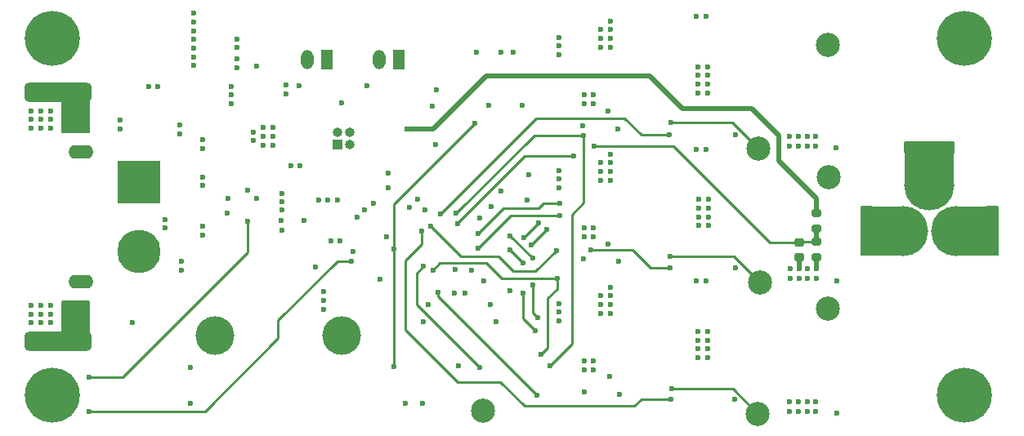
<source format=gbl>
%TF.GenerationSoftware,KiCad,Pcbnew,8.0.9-8.0.9-0~ubuntu22.04.1*%
%TF.CreationDate,2025-12-20T23:57:42-07:00*%
%TF.ProjectId,ESC_KiCAD,4553435f-4b69-4434-9144-2e6b69636164,A*%
%TF.SameCoordinates,Original*%
%TF.FileFunction,Copper,L4,Bot*%
%TF.FilePolarity,Positive*%
%FSLAX46Y46*%
G04 Gerber Fmt 4.6, Leading zero omitted, Abs format (unit mm)*
G04 Created by KiCad (PCBNEW 8.0.9-8.0.9-0~ubuntu22.04.1) date 2025-12-20 23:57:42*
%MOMM*%
%LPD*%
G01*
G04 APERTURE LIST*
G04 Aperture macros list*
%AMRoundRect*
0 Rectangle with rounded corners*
0 $1 Rounding radius*
0 $2 $3 $4 $5 $6 $7 $8 $9 X,Y pos of 4 corners*
0 Add a 4 corners polygon primitive as box body*
4,1,4,$2,$3,$4,$5,$6,$7,$8,$9,$2,$3,0*
0 Add four circle primitives for the rounded corners*
1,1,$1+$1,$2,$3*
1,1,$1+$1,$4,$5*
1,1,$1+$1,$6,$7*
1,1,$1+$1,$8,$9*
0 Add four rect primitives between the rounded corners*
20,1,$1+$1,$2,$3,$4,$5,0*
20,1,$1+$1,$4,$5,$6,$7,0*
20,1,$1+$1,$6,$7,$8,$9,0*
20,1,$1+$1,$8,$9,$2,$3,0*%
G04 Aperture macros list end*
%TA.AperFunction,ComponentPad*%
%ADD10C,4.000000*%
%TD*%
%TA.AperFunction,ComponentPad*%
%ADD11O,2.600000X1.400000*%
%TD*%
%TA.AperFunction,ComponentPad*%
%ADD12C,4.500000*%
%TD*%
%TA.AperFunction,ComponentPad*%
%ADD13R,4.500000X4.500000*%
%TD*%
%TA.AperFunction,SMDPad,CuDef*%
%ADD14R,5.200000X3.500000*%
%TD*%
%TA.AperFunction,ComponentPad*%
%ADD15C,5.200000*%
%TD*%
%TA.AperFunction,SMDPad,CuDef*%
%ADD16R,3.350000X5.200000*%
%TD*%
%TA.AperFunction,ComponentPad*%
%ADD17C,5.700000*%
%TD*%
%TA.AperFunction,ComponentPad*%
%ADD18C,2.500000*%
%TD*%
%TA.AperFunction,SMDPad,CuDef*%
%ADD19RoundRect,0.500000X-3.000000X-0.500000X3.000000X-0.500000X3.000000X0.500000X-3.000000X0.500000X0*%
%TD*%
%TA.AperFunction,SMDPad,CuDef*%
%ADD20RoundRect,0.200000X-0.275000X0.200000X-0.275000X-0.200000X0.275000X-0.200000X0.275000X0.200000X0*%
%TD*%
%TA.AperFunction,ComponentPad*%
%ADD21O,1.000000X1.000000*%
%TD*%
%TA.AperFunction,ComponentPad*%
%ADD22R,1.000000X1.000000*%
%TD*%
%TA.AperFunction,ComponentPad*%
%ADD23O,1.300000X2.000000*%
%TD*%
%TA.AperFunction,ComponentPad*%
%ADD24R,1.300000X2.000000*%
%TD*%
%TA.AperFunction,SMDPad,CuDef*%
%ADD25RoundRect,0.225000X0.250000X-0.225000X0.250000X0.225000X-0.250000X0.225000X-0.250000X-0.225000X0*%
%TD*%
%TA.AperFunction,ViaPad*%
%ADD26C,0.600000*%
%TD*%
%TA.AperFunction,Conductor*%
%ADD27C,0.254000*%
%TD*%
%TA.AperFunction,Conductor*%
%ADD28C,0.508000*%
%TD*%
%TA.AperFunction,Conductor*%
%ADD29C,0.295000*%
%TD*%
G04 APERTURE END LIST*
D10*
X154570000Y-102188100D03*
X141430000Y-102188100D03*
D11*
X127539400Y-96650000D03*
X127539400Y-83150000D03*
D12*
X133539400Y-93500000D03*
D13*
X133539400Y-86300000D03*
D14*
X215450000Y-84850000D03*
D15*
X215450000Y-86600000D03*
X212700000Y-91350000D03*
D16*
X211025000Y-91350000D03*
X219875000Y-91350000D03*
D15*
X218200000Y-91350000D03*
D17*
X124600000Y-71400000D03*
D18*
X204950000Y-99450000D03*
D19*
X125200000Y-77000000D03*
D20*
X203750000Y-94125000D03*
X203750000Y-92475000D03*
D21*
X155395000Y-81154400D03*
X155395000Y-82424400D03*
X154125000Y-81154400D03*
D22*
X154125000Y-82424400D03*
D17*
X219100000Y-71400000D03*
D20*
X203750000Y-89475000D03*
X203750000Y-91125000D03*
D18*
X197900000Y-96700000D03*
D19*
X125200000Y-102800000D03*
D18*
X169200000Y-110000000D03*
D23*
X158500000Y-73625000D03*
D24*
X160500000Y-73625000D03*
D17*
X124600000Y-108400000D03*
D18*
X197700000Y-110300000D03*
D25*
X201950000Y-92525000D03*
X201950000Y-94075000D03*
D18*
X204950000Y-72050000D03*
D23*
X151050000Y-73625000D03*
D24*
X153050000Y-73625000D03*
D18*
X205050000Y-85750000D03*
D17*
X219100000Y-108400000D03*
D18*
X197750000Y-82850000D03*
D26*
X216550000Y-82600000D03*
X217550000Y-82600000D03*
X215500000Y-82600000D03*
X214400000Y-82600000D03*
X213350000Y-82600000D03*
X222050000Y-92450000D03*
X222050000Y-93450000D03*
X222050000Y-91400000D03*
X222050000Y-90300000D03*
X222050000Y-89250000D03*
X208850000Y-93450000D03*
X208850000Y-92400000D03*
X208850000Y-91300000D03*
X208850000Y-90250000D03*
X208850000Y-89250000D03*
X132900000Y-100900000D03*
X145400000Y-82000000D03*
X145400000Y-81100000D03*
X146400000Y-82450000D03*
X146400000Y-80650000D03*
X146400000Y-81550000D03*
X138900000Y-109200000D03*
X138900000Y-105500000D03*
X128400000Y-110100000D03*
X128400000Y-106500000D03*
X164800000Y-89600000D03*
X163800000Y-90900000D03*
X180400000Y-93342000D03*
X176800000Y-93400000D03*
X162900000Y-91400000D03*
X180700000Y-82550000D03*
X178600000Y-83600000D03*
X166600000Y-90600000D03*
X175200000Y-75300000D03*
X166650000Y-105350000D03*
X168850000Y-105500000D03*
X163050000Y-95050000D03*
X164550000Y-97750000D03*
X174800000Y-108400000D03*
X176150000Y-105350000D03*
X175200000Y-104150000D03*
X164050000Y-95400000D03*
X174350000Y-97000000D03*
X174350000Y-94200000D03*
X173400000Y-97850000D03*
X173400000Y-94700000D03*
X176900000Y-96300000D03*
X166450000Y-89550000D03*
X179655000Y-81445000D03*
X172000000Y-91850000D03*
X154400000Y-92350000D03*
X202795000Y-109045000D03*
X183345000Y-108310000D03*
X171110000Y-72874398D03*
X136300000Y-91050000D03*
X157150000Y-76275000D03*
X127000000Y-100000000D03*
X126000000Y-99100000D03*
X126000000Y-78900000D03*
X179750000Y-91055000D03*
X126000000Y-80700000D03*
X127000000Y-80700000D03*
X180650000Y-105750000D03*
X205875000Y-96525000D03*
X136300000Y-90150000D03*
X149350000Y-84600000D03*
X161175600Y-109275000D03*
X163550000Y-98999999D03*
X127000000Y-100900000D03*
X140200000Y-86650000D03*
X154550000Y-78050000D03*
X140200000Y-81900000D03*
X164285000Y-82435000D03*
X143750000Y-72350000D03*
X159400000Y-86899999D03*
X183250000Y-94515000D03*
X147450000Y-81550000D03*
X128000000Y-79800000D03*
X177100000Y-86895000D03*
X150700000Y-90300000D03*
X179720600Y-108085600D03*
X126000000Y-100900000D03*
X156200000Y-89899998D03*
X173950000Y-85500001D03*
X182150000Y-78945000D03*
X168900000Y-90049999D03*
X172384400Y-72849998D03*
X180650000Y-91050000D03*
X179600000Y-94265000D03*
X200995000Y-81545000D03*
X147450000Y-80650000D03*
X152700000Y-99500000D03*
X201895000Y-81545000D03*
X173800000Y-88200000D03*
X152700000Y-97650000D03*
X180650000Y-91950000D03*
X179550000Y-80495000D03*
X201050000Y-95300000D03*
X155750001Y-93449999D03*
X140200000Y-85750000D03*
X126000000Y-79800000D03*
X177100000Y-85095000D03*
X173284400Y-78349998D03*
X142750000Y-89525600D03*
X200995000Y-110045000D03*
X205775000Y-82725000D03*
X142774400Y-88025600D03*
X126000000Y-100000000D03*
X177095000Y-72195000D03*
X148300000Y-90300000D03*
X151850000Y-95100000D03*
X131600000Y-80750000D03*
X137950000Y-95400000D03*
X179750000Y-104855000D03*
X192350588Y-82872353D03*
X163200000Y-89199999D03*
X128000000Y-80700000D03*
X140150000Y-91800000D03*
X177095000Y-73095000D03*
X177095000Y-98895000D03*
X203695000Y-110045000D03*
X180650000Y-77245000D03*
X179750000Y-91955000D03*
X128000000Y-100000000D03*
X177095000Y-100695000D03*
X157850000Y-88499999D03*
X166350000Y-95350000D03*
X195400000Y-95200000D03*
X201895000Y-109045000D03*
X163000000Y-100749999D03*
X147450000Y-82450000D03*
X180650000Y-78145000D03*
X150250000Y-84600000D03*
X170550000Y-100749999D03*
X163950000Y-78400000D03*
X143750000Y-74450000D03*
X128000000Y-100900000D03*
X201895000Y-110045000D03*
X182295000Y-106460000D03*
X191300588Y-96545000D03*
X127000000Y-79800000D03*
X192300588Y-96545000D03*
X179750000Y-77250000D03*
X200995000Y-82545000D03*
X127000000Y-99100000D03*
X203695000Y-81545000D03*
X177095000Y-71295000D03*
X172025000Y-97550000D03*
X143750000Y-71450000D03*
X148800000Y-76250000D03*
X191295000Y-69095000D03*
X183200000Y-80795000D03*
X168050000Y-95399999D03*
X203695000Y-82545000D03*
X131600000Y-79850000D03*
X203750000Y-96300000D03*
X203750000Y-95300000D03*
X137800000Y-81300000D03*
X177095000Y-99795000D03*
X202795000Y-110045000D03*
X168570000Y-72835598D03*
X143750000Y-73550000D03*
X134600000Y-76350000D03*
X169834400Y-78349998D03*
X153500000Y-92350000D03*
X205850000Y-110225000D03*
X152700000Y-98550000D03*
X177100000Y-85995000D03*
X202850000Y-96300000D03*
X145800000Y-74275000D03*
X137950000Y-94500000D03*
X127000000Y-78900000D03*
X162975600Y-109275000D03*
X150150000Y-76300000D03*
X201895000Y-82545000D03*
X159400000Y-85399999D03*
X200995000Y-109045000D03*
X137800000Y-80400000D03*
X135500000Y-76350000D03*
X192295000Y-69095000D03*
X170000000Y-98999999D03*
X201050000Y-96300000D03*
X202795000Y-81545000D03*
X203695000Y-109045000D03*
X180650000Y-104850000D03*
X179750000Y-105755000D03*
X140200000Y-82800000D03*
X195331550Y-81400000D03*
X128000000Y-99100000D03*
X202850000Y-95300000D03*
X145750000Y-88025600D03*
X158525001Y-96374999D03*
X156900000Y-89149998D03*
X195300000Y-108800000D03*
X140150000Y-90900000D03*
X201950000Y-96300000D03*
X179750000Y-78150000D03*
X191350588Y-82872353D03*
X164350000Y-76700000D03*
X202795000Y-82545000D03*
X148800000Y-77150000D03*
X182150000Y-92715000D03*
X159250001Y-91999999D03*
X201950000Y-95300000D03*
X128000000Y-78900000D03*
X148350000Y-87450000D03*
X144800000Y-87100000D03*
X148350000Y-88300000D03*
X144800000Y-90400000D03*
X148350000Y-89150000D03*
X148350000Y-91250000D03*
X154100000Y-88200000D03*
X162400001Y-88050000D03*
X169300000Y-96549999D03*
X161550000Y-88899999D03*
X170050000Y-88799999D03*
X155550001Y-94499998D03*
X167350000Y-97799999D03*
X152200000Y-88200000D03*
X166250000Y-97799999D03*
X153150000Y-88200000D03*
X161325000Y-80775000D03*
X171050000Y-87250000D03*
X191495000Y-74345000D03*
X191550000Y-89000000D03*
X191550000Y-89900000D03*
X123400000Y-80700000D03*
X191550000Y-90800000D03*
X122400000Y-100000000D03*
X192495000Y-75245000D03*
X192550000Y-88100000D03*
X192550000Y-89900000D03*
X124400000Y-100900000D03*
X124400000Y-79800000D03*
X124400000Y-100000000D03*
X124400000Y-78900000D03*
X123400000Y-79800000D03*
X124400000Y-80700000D03*
X191495000Y-103595000D03*
X122400000Y-100900000D03*
X191550000Y-88100000D03*
X191495000Y-101795000D03*
X191495000Y-102695000D03*
X123400000Y-78900000D03*
X192495000Y-101795000D03*
X122400000Y-99100000D03*
X122400000Y-80700000D03*
X123400000Y-100000000D03*
X191495000Y-75245000D03*
X123400000Y-99100000D03*
X122400000Y-78900000D03*
X192495000Y-76145000D03*
X191495000Y-104495000D03*
X192495000Y-102695000D03*
X192550000Y-90800000D03*
X192495000Y-103595000D03*
X192495000Y-74345000D03*
X192495000Y-77045000D03*
X122400000Y-79800000D03*
X124400000Y-99100000D03*
X192495000Y-104495000D03*
X123400000Y-100900000D03*
X191495000Y-77045000D03*
X192550000Y-89000000D03*
X191495000Y-76145000D03*
X188600000Y-94000000D03*
X188750000Y-107700000D03*
X188650000Y-80100000D03*
X168400000Y-80200000D03*
X160000001Y-93199999D03*
X160000000Y-105400000D03*
X168700000Y-91650000D03*
X177150000Y-88465000D03*
X168700000Y-93150000D03*
X177150000Y-89735000D03*
X175800000Y-91200000D03*
X174200000Y-92800000D03*
X175000000Y-90500000D03*
X173450000Y-92050000D03*
X174875000Y-100375000D03*
X172000000Y-93300000D03*
X174625000Y-101675000D03*
X143100000Y-76350000D03*
X139200000Y-70600000D03*
X182395000Y-99895000D03*
X181395000Y-72295000D03*
X182395000Y-70495000D03*
X182395000Y-97195000D03*
X139200000Y-72400000D03*
X139200000Y-73300000D03*
X143100000Y-77250000D03*
X181395000Y-98995000D03*
X139200000Y-71500000D03*
X139200000Y-74200000D03*
X182395000Y-71395000D03*
X182395000Y-69595000D03*
X182395000Y-98095000D03*
X139200000Y-69700000D03*
X181395000Y-70495000D03*
X181400000Y-86095000D03*
X182400000Y-86095000D03*
X182395000Y-98995000D03*
X182395000Y-72295000D03*
X182400000Y-85195000D03*
X181395000Y-99895000D03*
X181400000Y-85195000D03*
X182400000Y-83395000D03*
X181400000Y-98095000D03*
X143100000Y-78150000D03*
X181395000Y-71395000D03*
X182400000Y-84295000D03*
X139200000Y-68800000D03*
X181400000Y-84295000D03*
X188531550Y-81400000D03*
X188631550Y-95200000D03*
X188650000Y-108800000D03*
D27*
X175900000Y-103450000D02*
X175900000Y-98350000D01*
X175200000Y-104150000D02*
X175900000Y-103450000D01*
X175900000Y-98350000D02*
X176900000Y-97350000D01*
X176900000Y-97350000D02*
X176900000Y-96300000D01*
X174350000Y-97000000D02*
X174350000Y-99850000D01*
X174350000Y-99850000D02*
X174875000Y-100375000D01*
X173400000Y-100450000D02*
X173400000Y-97850000D01*
X174625000Y-101675000D02*
X173400000Y-100450000D01*
X177150000Y-89735000D02*
X177135000Y-89750000D01*
X177135000Y-89750000D02*
X172100000Y-89750000D01*
X172100000Y-89750000D02*
X168700000Y-93150000D01*
X177150000Y-88465000D02*
X175485000Y-88465000D01*
X175485000Y-88465000D02*
X174950000Y-89000000D01*
X174950000Y-89000000D02*
X171350000Y-89000000D01*
X171350000Y-89000000D02*
X168700000Y-91650000D01*
D28*
X175200000Y-75300000D02*
X169550000Y-75300000D01*
X169550000Y-75300000D02*
X164075000Y-80775000D01*
X164075000Y-80775000D02*
X161325000Y-80775000D01*
D27*
X180700000Y-82550000D02*
X188950000Y-82550000D01*
X188950000Y-82550000D02*
X198925000Y-92525000D01*
X198925000Y-92525000D02*
X201950000Y-92525000D01*
D28*
X175200000Y-75300000D02*
X186450000Y-75300000D01*
X186450000Y-75300000D02*
X189850000Y-78700000D01*
X189850000Y-78700000D02*
X197100000Y-78700000D01*
X203750000Y-87950000D02*
X203750000Y-89475000D01*
X197100000Y-78700000D02*
X199900000Y-81500000D01*
X199900000Y-81500000D02*
X199900000Y-84100000D01*
X199900000Y-84100000D02*
X203750000Y-87950000D01*
D27*
X162900000Y-91400000D02*
X162900000Y-92700000D01*
X162900000Y-92700000D02*
X161200000Y-94400000D01*
X161200000Y-94400000D02*
X161200000Y-101600000D01*
X161200000Y-101600000D02*
X166600000Y-107000000D01*
X166600000Y-107000000D02*
X171000000Y-107000000D01*
X171000000Y-107000000D02*
X173500000Y-109500000D01*
X173500000Y-109500000D02*
X184900000Y-109500000D01*
X184900000Y-109500000D02*
X185600000Y-108800000D01*
X185600000Y-108800000D02*
X188650000Y-108800000D01*
X176800000Y-93400000D02*
X174650000Y-95550000D01*
X174650000Y-95550000D02*
X172350000Y-95550000D01*
X172350000Y-95550000D02*
X170800000Y-94000000D01*
X170800000Y-94000000D02*
X166900000Y-94000000D01*
X166900000Y-94000000D02*
X163800000Y-90900000D01*
X176900000Y-96300000D02*
X171150000Y-96300000D01*
X171150000Y-96300000D02*
X169550000Y-94700000D01*
X169550000Y-94700000D02*
X164750000Y-94700000D01*
X164750000Y-94700000D02*
X164050000Y-95400000D01*
X155550001Y-94499998D02*
X154100002Y-94499998D01*
X154100002Y-94499998D02*
X148000000Y-100600000D01*
X148000000Y-100600000D02*
X148000000Y-102500000D01*
X148000000Y-102500000D02*
X140400000Y-110100000D01*
X140400000Y-110100000D02*
X128400000Y-110100000D01*
D29*
X131900000Y-106500000D02*
X128400000Y-106500000D01*
X140000000Y-98400000D02*
X131900000Y-106500000D01*
X144800000Y-93600000D02*
X140000000Y-98400000D01*
X144800000Y-90400000D02*
X144800000Y-93600000D01*
D27*
X164800000Y-89600000D02*
X174700000Y-79700000D01*
X174700000Y-79700000D02*
X183900000Y-79700000D01*
X183900000Y-79700000D02*
X185600000Y-81400000D01*
X185600000Y-81400000D02*
X188531550Y-81400000D01*
X166450000Y-89550000D02*
X174555000Y-81445000D01*
X174555000Y-81445000D02*
X179655000Y-81445000D01*
X173550000Y-83600000D02*
X178600000Y-83600000D01*
X166600000Y-90600000D02*
X166600000Y-90550000D01*
X166600000Y-90550000D02*
X173550000Y-83600000D01*
X160000001Y-88599999D02*
X160000001Y-93199999D01*
X168400000Y-80200000D02*
X160000001Y-88599999D01*
X203750000Y-92475000D02*
X202000000Y-92475000D01*
X202000000Y-92475000D02*
X201950000Y-92525000D01*
D28*
X203750000Y-91125000D02*
X203750000Y-92475000D01*
X201950000Y-94075000D02*
X201950000Y-95300000D01*
X203750000Y-94125000D02*
X203750000Y-95300000D01*
D27*
X168850000Y-105500000D02*
X162350000Y-99000000D01*
X162350000Y-99000000D02*
X162350000Y-95750000D01*
X162350000Y-95750000D02*
X163050000Y-95050000D01*
X164550000Y-98150000D02*
X164550000Y-97750000D01*
X174800000Y-108400000D02*
X164550000Y-98150000D01*
X179655000Y-81445000D02*
X179655000Y-88395000D01*
X179655000Y-88395000D02*
X178400000Y-89650000D01*
X178400000Y-89650000D02*
X178400000Y-103100000D01*
X178400000Y-103100000D02*
X176150000Y-105350000D01*
X172000000Y-91850000D02*
X174350000Y-94200000D01*
X195200000Y-94000000D02*
X197900000Y-96700000D01*
X188600000Y-94000000D02*
X195200000Y-94000000D01*
X195100000Y-107700000D02*
X197700000Y-110300000D01*
X188750000Y-107700000D02*
X195100000Y-107700000D01*
X188650000Y-80100000D02*
X195000000Y-80100000D01*
X195000000Y-80100000D02*
X197750000Y-82850000D01*
X160000001Y-97100001D02*
X160000001Y-93199999D01*
X160000000Y-97100002D02*
X160000001Y-97100001D01*
X160000000Y-105400000D02*
X160000000Y-97100002D01*
X175800000Y-91200000D02*
X174200000Y-92800000D01*
X173450000Y-92050000D02*
X175000000Y-90500000D01*
X186600000Y-95200000D02*
X188631550Y-95200000D01*
X180400000Y-93342000D02*
X184742000Y-93342000D01*
X184742000Y-93342000D02*
X186600000Y-95200000D01*
X168750000Y-93100000D02*
X168700000Y-93150000D01*
X172000000Y-93300000D02*
X173400000Y-94700000D01*
%TA.AperFunction,Conductor*%
G36*
X128443039Y-77819685D02*
G01*
X128488794Y-77872489D01*
X128500000Y-77924000D01*
X128500000Y-81076000D01*
X128480315Y-81143039D01*
X128427511Y-81188794D01*
X128376000Y-81200000D01*
X125624000Y-81200000D01*
X125556961Y-81180315D01*
X125511206Y-81127511D01*
X125500000Y-81076000D01*
X125500000Y-77924000D01*
X125519685Y-77856961D01*
X125572489Y-77811206D01*
X125624000Y-77800000D01*
X128376000Y-77800000D01*
X128443039Y-77819685D01*
G37*
%TD.AperFunction*%
%TA.AperFunction,Conductor*%
G36*
X128443039Y-98619685D02*
G01*
X128488794Y-98672489D01*
X128500000Y-98724000D01*
X128500000Y-101976000D01*
X128480315Y-102043039D01*
X128427511Y-102088794D01*
X128376000Y-102100000D01*
X125624000Y-102100000D01*
X125556961Y-102080315D01*
X125511206Y-102027511D01*
X125500000Y-101976000D01*
X125500000Y-98724000D01*
X125519685Y-98656961D01*
X125572489Y-98611206D01*
X125624000Y-98600000D01*
X128376000Y-98600000D01*
X128443039Y-98619685D01*
G37*
%TD.AperFunction*%
%TA.AperFunction,Conductor*%
G36*
X209543039Y-88769685D02*
G01*
X209588794Y-88822489D01*
X209600000Y-88874000D01*
X209600000Y-93826000D01*
X209580315Y-93893039D01*
X209527511Y-93938794D01*
X209476000Y-93950000D01*
X208424000Y-93950000D01*
X208356961Y-93930315D01*
X208311206Y-93877511D01*
X208300000Y-93826000D01*
X208300000Y-88874000D01*
X208319685Y-88806961D01*
X208372489Y-88761206D01*
X208424000Y-88750000D01*
X209476000Y-88750000D01*
X209543039Y-88769685D01*
G37*
%TD.AperFunction*%
%TA.AperFunction,Conductor*%
G36*
X222542539Y-88769685D02*
G01*
X222588294Y-88822489D01*
X222599500Y-88874000D01*
X222599500Y-93826000D01*
X222579815Y-93893039D01*
X222527011Y-93938794D01*
X222475500Y-93950000D01*
X221424000Y-93950000D01*
X221356961Y-93930315D01*
X221311206Y-93877511D01*
X221300000Y-93826000D01*
X221300000Y-88874000D01*
X221319685Y-88806961D01*
X221372489Y-88761206D01*
X221424000Y-88750000D01*
X222475500Y-88750000D01*
X222542539Y-88769685D01*
G37*
%TD.AperFunction*%
%TA.AperFunction,Conductor*%
G36*
X217993039Y-82069685D02*
G01*
X218038794Y-82122489D01*
X218050000Y-82174000D01*
X218050000Y-83226000D01*
X218030315Y-83293039D01*
X217977511Y-83338794D01*
X217926000Y-83350000D01*
X212974000Y-83350000D01*
X212906961Y-83330315D01*
X212861206Y-83277511D01*
X212850000Y-83226000D01*
X212850000Y-82174000D01*
X212869685Y-82106961D01*
X212922489Y-82061206D01*
X212974000Y-82050000D01*
X217926000Y-82050000D01*
X217993039Y-82069685D01*
G37*
%TD.AperFunction*%
M02*

</source>
